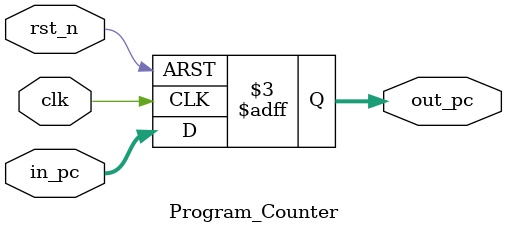
<source format=v>
module Program_Counter(
	
	input	wire			clk , rst_n ,
	input	wire	[31:0]	in_pc ,
	
	output	reg		[31:0]	out_pc 

);

always@(posedge clk , negedge rst_n)
begin 
	if(!rst_n) begin
		out_pc <= 0 ;
	end else begin
		out_pc <= in_pc ;
	end
end

endmodule 
</source>
